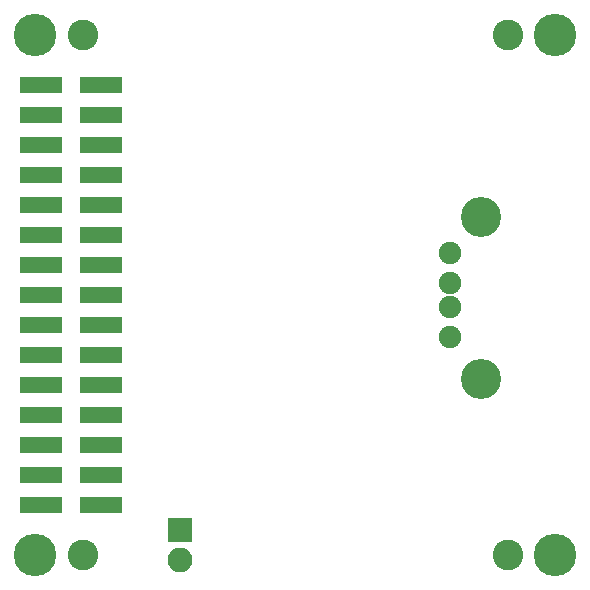
<source format=gbs>
G04 #@! TF.FileFunction,Soldermask,Bot*
%FSLAX46Y46*%
G04 Gerber Fmt 4.6, Leading zero omitted, Abs format (unit mm)*
G04 Created by KiCad (PCBNEW 4.0.7) date 06/02/18 04:08:01*
%MOMM*%
%LPD*%
G01*
G04 APERTURE LIST*
%ADD10C,0.100000*%
%ADD11C,3.600000*%
%ADD12C,1.900000*%
%ADD13C,3.400000*%
%ADD14C,2.600000*%
%ADD15R,2.100000X2.100000*%
%ADD16O,2.100000X2.100000*%
%ADD17C,1.200000*%
%ADD18R,3.550000X1.400000*%
G04 APERTURE END LIST*
D10*
D11*
X107000000Y-130000000D03*
D12*
X142100000Y-104452400D03*
X142100000Y-106992400D03*
X142100000Y-109022400D03*
X142100000Y-111562400D03*
D13*
X144770000Y-101402400D03*
X144770000Y-115122400D03*
D11*
X107000000Y-86000000D03*
X151000000Y-86000000D03*
X151000000Y-130000000D03*
D14*
X111000000Y-130000000D03*
X111000000Y-86000000D03*
X147000000Y-86000000D03*
X147000000Y-130000000D03*
D15*
X119240000Y-127920000D03*
D16*
X119240000Y-130460000D03*
D17*
X108095000Y-90220000D03*
D18*
X107475000Y-90220000D03*
D17*
X106825000Y-90220000D03*
D18*
X112555000Y-90220000D03*
X107475000Y-92760000D03*
X112555000Y-92760000D03*
X107475000Y-95300000D03*
X112555000Y-95300000D03*
X107475000Y-97840000D03*
X112555000Y-97840000D03*
X107475000Y-100380000D03*
X112555000Y-100380000D03*
X107475000Y-102920000D03*
X112555000Y-102920000D03*
X107475000Y-105460000D03*
X112555000Y-105460000D03*
X107475000Y-108000000D03*
X112555000Y-108000000D03*
X107475000Y-110540000D03*
X112555000Y-110540000D03*
X107475000Y-113080000D03*
X112555000Y-113080000D03*
X107475000Y-115620000D03*
X112555000Y-115620000D03*
X107475000Y-118160000D03*
X112555000Y-118160000D03*
X107475000Y-120700000D03*
X112555000Y-120700000D03*
X107475000Y-123240000D03*
X112555000Y-123240000D03*
X107475000Y-125780000D03*
X112555000Y-125780000D03*
D17*
X111905000Y-90220000D03*
X106825000Y-92760000D03*
X111905000Y-92760000D03*
X106825000Y-95300000D03*
X111905000Y-95300000D03*
X106825000Y-97840000D03*
X111905000Y-97840000D03*
X106825000Y-100380000D03*
X111905000Y-100380000D03*
X106825000Y-102920000D03*
X111905000Y-102920000D03*
X106825000Y-105460000D03*
X111905000Y-105460000D03*
X106825000Y-108000000D03*
X111905000Y-108000000D03*
X106825000Y-110540000D03*
X111905000Y-110540000D03*
X106825000Y-113080000D03*
X111905000Y-113080000D03*
X106825000Y-115620000D03*
X111905000Y-115620000D03*
X106825000Y-118160000D03*
X111905000Y-118160000D03*
X106825000Y-120700000D03*
X111905000Y-120700000D03*
X106825000Y-123240000D03*
X111905000Y-123240000D03*
X106825000Y-125780000D03*
X111905000Y-125780000D03*
X113175000Y-90220000D03*
X108095000Y-92760000D03*
X113175000Y-92760000D03*
X108095000Y-95300000D03*
X113175000Y-95300000D03*
X108095000Y-97840000D03*
X113175000Y-97840000D03*
X108095000Y-100380000D03*
X113175000Y-100380000D03*
X108095000Y-102920000D03*
X113175000Y-102920000D03*
X108095000Y-105460000D03*
X113175000Y-105460000D03*
X108095000Y-108000000D03*
X113175000Y-108000000D03*
X108095000Y-110540000D03*
X113175000Y-110540000D03*
X108095000Y-113080000D03*
X113175000Y-113080000D03*
X108095000Y-115620000D03*
X113175000Y-115620000D03*
X108095000Y-118160000D03*
X113175000Y-118160000D03*
X108095000Y-120700000D03*
X113175000Y-120700000D03*
X108095000Y-123240000D03*
X113175000Y-123240000D03*
X108095000Y-125780000D03*
X113175000Y-125780000D03*
M02*

</source>
